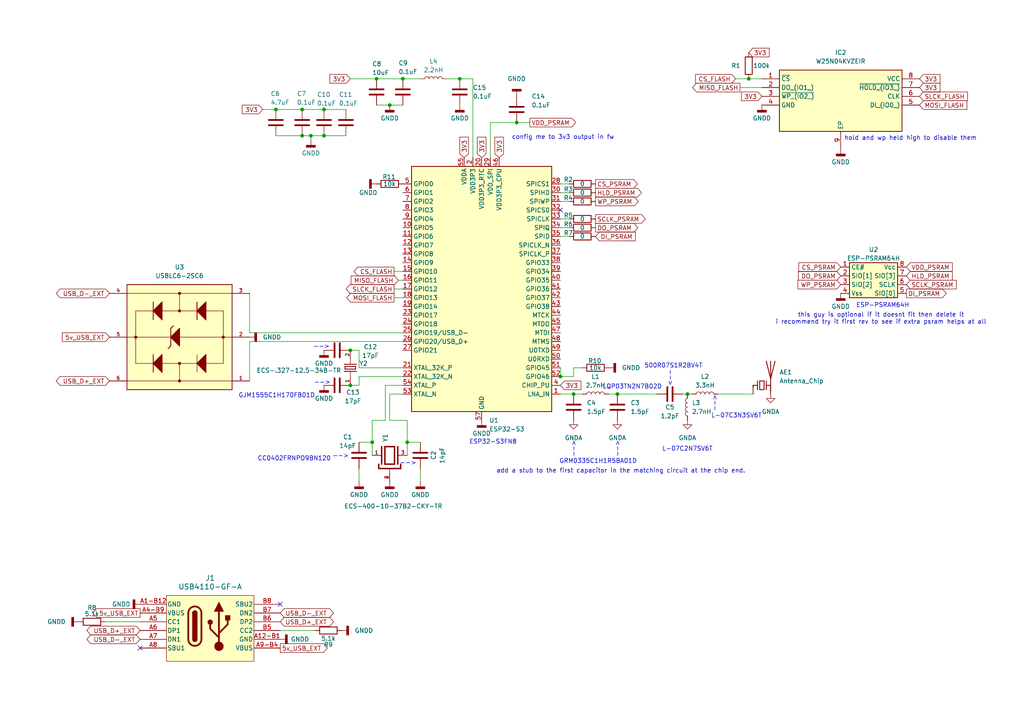
<source format=kicad_sch>
(kicad_sch (version 20250114) (generator "eeschema") (generator_version "9.0")
  (paper "A4")
  (lib_symbols
    (symbol "Device:Antenna_Chip" (pin_numbers (hide yes)) (pin_names (offset 1.016) (hide yes))
      (property "Reference" "AE" (at 0 5.08 0))
      (property "Value" "Antenna_Chip" (at 0 3.175 0))
      (symbol "Antenna_Chip_0_1"
        (polyline (pts (xy -2.54 0) (xy -2.54 -0.635)) (stroke (width 0.254)))
        (polyline (pts (xy -2.54 0) (xy -1.27 0)) (stroke (width 0.254)))
        (polyline (pts (xy -1.27 1.27) (xy -1.27 -1.27) (xy -1.27 0)) (stroke (width 0.254)))
        (polyline (pts (xy -0.635 1.27) (xy 0.635 1.27) (xy 0.635 -1.27) (xy -0.635 -1.27) (xy -0.635 1.27)) (stroke (width 0.254)))
        (polyline (pts (xy 1.27 1.27) (xy 1.27 -1.27)) (stroke (width 0.254)))
        (polyline (pts (xy 1.27 0) (xy 2.54 0)) (stroke (width 0.254)))
        (polyline (pts (xy 2.54 6.985) (xy 2.54 -1.905)) (stroke (width 0.254)))
        (polyline (pts (xy 2.54 -0.635) (xy 2.54 0)))
        (polyline (pts (xy 3.81 6.985) (xy 2.54 1.905) (xy 1.27 6.985)) (stroke (width 0.254)))
      )
      (symbol "Antenna_Chip_1_1"
        (pin input line (at -2.54 -2.54 90) (length 2.54) (name "FEED") (number "1"))
        (pin passive line (at 2.54 -2.54 90) (length 2.54) (name "PCB_Trace") (number "2"))
      )
    )
    (symbol "Device:C" (pin_numbers (hide yes)) (pin_names (offset 0.254))
      (property "Reference" "C" (at 0.635 2.54 0))
      (property "Value" "C" (at 0.635 -2.54 0))
      (symbol "C_0_1"
        (polyline (pts (xy -2.032 0.762) (xy 2.032 0.762)) (stroke (width 0.508)))
        (polyline (pts (xy -2.032 -0.762) (xy 2.032 -0.762)) (stroke (width 0.508)))
      )
      (symbol "C_1_1"
        (pin passive line (at 0 3.81 270) (length 2.794) (name "~") (number "1"))
        (pin passive line (at 0 -3.81 90) (length 2.794) (name "~") (number "2"))
      )
    )
    (symbol "Device:L" (pin_numbers (hide yes)) (pin_names (offset 1.016) (hide yes))
      (property "Reference" "L" (at -1.27 0 90))
      (property "Value" "L" (at 1.905 0 90))
      (symbol "L_0_1"
        (arc (start 0 2.54) (mid 0.6323 1.905) (end 0 1.27))
        (arc (start 0 1.27) (mid 0.6323 0.635) (end 0 0))
        (arc (start 0 0) (mid 0.6323 -0.635) (end 0 -1.27))
        (arc (start 0 -1.27) (mid 0.6323 -1.905) (end 0 -2.54))
      )
      (symbol "L_1_1"
        (pin passive line (at 0 3.81 270) (length 1.27) (name "1") (number "1"))
        (pin passive line (at 0 -3.81 90) (length 1.27) (name "2") (number "2"))
      )
    )
    (symbol "Device:R" (pin_numbers (hide yes)) (pin_names (offset 0))
      (property "Reference" "R" (at 2.032 0 90))
      (property "Value" "R" (at 0 0 90))
      (symbol "R_0_1"
        (rectangle (start -1.016 -2.54) (end 1.016 2.54) (stroke (width 0.254)))
      )
      (symbol "R_1_1"
        (pin passive line (at 0 3.81 270) (length 1.27) (name "~") (number "1"))
        (pin passive line (at 0 -3.81 90) (length 1.27) (name "~") (number "2"))
      )
    )
    (symbol "MCU_Espressif:ESP32-S3"
      (property "Reference" "U" (at 10.16 -38.1 0))
      (property "Value" "ESP32-S3" (at 13.97 -40.64 0))
      (symbol "ESP32-S3_0_1"
        (rectangle (start -20.32 35.56) (end 20.32 -35.56) (stroke (width 0.254)) (fill (type background)))
      )
      (symbol "ESP32-S3_1_0"
        (pin passive line (at -5.08 38.1 270) (length 2.54) (hide yes) (name "VDDA") (number "56"))
        (pin bidirectional line (at 22.86 12.7 180) (length 2.54) (name "SPICLK_N") (number "36"))
        (pin bidirectional line (at 22.86 -10.16 180) (length 2.54) (name "MTDO") (number "45"))
        (pin bidirectional line (at 22.86 -22.86 180) (length 2.54) (name "GPIO45") (number "51"))
      )
      (symbol "ESP32-S3_1_1"
        (pin bidirectional line (at -22.86 30.48 0) (length 2.54) (name "GPIO0") (number "5"))
        (pin bidirectional line (at -22.86 27.94 0) (length 2.54) (name "GPIO1") (number "6"))
        (pin bidirectional line (at -22.86 25.4 0) (length 2.54) (name "GPIO2") (number "7"))
        (pin bidirectional line (at -22.86 22.86 0) (length 2.54) (name "GPIO3") (number "8"))
        (pin bidirectional line (at -22.86 20.32 0) (length 2.54) (name "GPIO4") (number "9"))
        (pin bidirectional line (at -22.86 17.78 0) (length 2.54) (name "GPIO5") (number "10"))
        (pin bidirectional line (at -22.86 15.24 0) (length 2.54) (name "GPIO6") (number "11"))
        (pin bidirectional line (at -22.86 12.7 0) (length 2.54) (name "GPIO7") (number "12"))
        (pin bidirectional line (at -22.86 10.16 0) (length 2.54) (name "GPIO8") (number "13"))
        (pin bidirectional line (at -22.86 7.62 0) (length 2.54) (name "GPIO9") (number "14"))
        (pin bidirectional line (at -22.86 5.08 0) (length 2.54) (name "GPIO10") (number "15"))
        (pin bidirectional line (at -22.86 2.54 0) (length 2.54) (name "GPIO11") (number "16"))
        (pin bidirectional line (at -22.86 0 0) (length 2.54) (name "GPIO12") (number "17"))
        (pin bidirectional line (at -22.86 -2.54 0) (length 2.54) (name "GPIO13") (number "18"))
        (pin bidirectional line (at -22.86 -5.08 0) (length 2.54) (name "GPIO14") (number "19"))
        (pin bidirectional line (at -22.86 -7.62 0) (length 2.54) (name "GPIO17") (number "23"))
        (pin bidirectional line (at -22.86 -10.16 0) (length 2.54) (name "GPIO18") (number "24"))
        (pin bidirectional line (at -22.86 -12.7 0) (length 2.54) (name "GPIO19/USB_D-") (number "25"))
        (pin bidirectional line (at -22.86 -15.24 0) (length 2.54) (name "GPIO20/USB_D+") (number "26"))
        (pin bidirectional line (at -22.86 -17.78 0) (length 2.54) (name "GPIO21") (number "27"))
        (pin passive line (at -22.86 -22.86 0) (length 2.54) (name "XTAL_32K_P") (number "21"))
        (pin passive line (at -22.86 -25.4 0) (length 2.54) (name "XTAL_32K_N") (number "22"))
        (pin input line (at -22.86 -27.94 0) (length 2.54) (name "XTAL_P") (number "54"))
        (pin output line (at -22.86 -30.48 0) (length 2.54) (name "XTAL_N") (number "53"))
        (pin power_in line (at -5.08 38.1 270) (length 2.54) (name "VDDA") (number "55"))
        (pin power_in line (at -2.54 38.1 270) (length 2.54) (name "VDD3P3") (number "2"))
        (pin passive line (at -2.54 38.1 270) (length 2.54) (hide yes) (name "VDD3P3") (number "3"))
        (pin power_in line (at 0 38.1 270) (length 2.54) (name "VDD3P3_RTC") (number "20"))
        (pin power_in line (at 0 -38.1 90) (length 2.54) (name "GND") (number "57"))
        (pin power_in line (at 2.54 38.1 270) (length 2.54) (name "VDD_SPI") (number "29"))
        (pin power_in line (at 5.08 38.1 270) (length 2.54) (name "VDD3P3_CPU") (number "46"))
        (pin bidirectional line (at 22.86 30.48 180) (length 2.54) (name "SPICS1") (number "28"))
        (pin bidirectional line (at 22.86 27.94 180) (length 2.54) (name "SPIHD") (number "30"))
        (pin bidirectional line (at 22.86 25.4 180) (length 2.54) (name "SPIWP") (number "31"))
        (pin bidirectional line (at 22.86 22.86 180) (length 2.54) (name "SPICS0") (number "32"))
        (pin bidirectional line (at 22.86 20.32 180) (length 2.54) (name "SPICLK") (number "33"))
        (pin bidirectional line (at 22.86 17.78 180) (length 2.54) (name "SPIQ") (number "34"))
        (pin bidirectional line (at 22.86 15.24 180) (length 2.54) (name "SPID") (number "35"))
        (pin bidirectional line (at 22.86 10.16 180) (length 2.54) (name "SPICLK_P") (number "37"))
        (pin bidirectional line (at 22.86 7.62 180) (length 2.54) (name "GPIO33") (number "38"))
        (pin bidirectional line (at 22.86 5.08 180) (length 2.54) (name "GPIO34") (number "39"))
        (pin bidirectional line (at 22.86 2.54 180) (length 2.54) (name "GPIO35") (number "40"))
        (pin bidirectional line (at 22.86 0 180) (length 2.54) (name "GPIO36") (number "41"))
        (pin bidirectional line (at 22.86 -2.54 180) (length 2.54) (name "GPIO37") (number "42"))
        (pin bidirectional line (at 22.86 -5.08 180) (length 2.54) (name "GPIO38") (number "43"))
        (pin bidirectional line (at 22.86 -7.62 180) (length 2.54) (name "MTCK") (number "44"))
        (pin bidirectional line (at 22.86 -12.7 180) (length 2.54) (name "MTDI") (number "47"))
        (pin bidirectional line (at 22.86 -15.24 180) (length 2.54) (name "MTMS") (number "48"))
        (pin bidirectional line (at 22.86 -17.78 180) (length 2.54) (name "U0TXD") (number "49"))
        (pin bidirectional line (at 22.86 -20.32 180) (length 2.54) (name "U0RXD") (number "50"))
        (pin bidirectional line (at 22.86 -25.4 180) (length 2.54) (name "GPIO46") (number "52"))
        (pin input line (at 22.86 -27.94 180) (length 2.54) (name "CHIP_PU") (number "4"))
        (pin bidirectional line (at 22.86 -30.48 180) (length 2.54) (name "LNA_IN") (number "1"))
      )
    )
    (symbol "power:GNDA" (power) (pin_numbers (hide yes)) (pin_names (offset 0) (hide yes))
      (property "Value" "GNDA" (at 0 -3.81 0))
      (symbol "GNDA_0_1"
        (polyline (pts (xy 0 0) (xy 0 -1.27) (xy 1.27 -1.27) (xy 0 -2.54) (xy -1.27 -1.27) (xy 0 -1.27)))
      )
      (symbol "GNDA_1_1"
        (pin power_in line (at 0 0 270) (length 0) (name "~") (number "1"))
      )
    )
    (symbol "power:GNDD" (power) (pin_numbers (hide yes)) (pin_names (offset 0) (hide yes))
      (property "Value" "GNDD" (at 0 -3.175 0))
      (symbol "GNDD_0_1"
        (rectangle (start -1.27 -1.524) (end 1.27 -2.032) (stroke (width 0.254)) (fill (type outline)))
        (polyline (pts (xy 0 0) (xy 0 -1.524)))
      )
      (symbol "GNDD_1_1"
        (pin power_in line (at 0 0 270) (length 0) (name "~") (number "1"))
      )
    )
    (symbol "wsg_syms:1528-4677-ND"
      (property "Reference" "U" (at 0 -8.636 0))
      (symbol "1528-4677-ND_1_1"
        (rectangle (start -7.62 8.89) (end 6.35 -1.27) (stroke (width 0.254)) (fill (type background)))
        (pin bidirectional line (at -10.16 7.62 0) (length 2.54) (name "CE#") (number "1"))
        (pin input line (at -10.16 5.08 0) (length 2.54) (name "SIO[1]") (number "2"))
        (pin bidirectional line (at -10.16 2.54 0) (length 2.54) (name "SIO[2]") (number "3"))
        (pin power_in line (at -10.16 0 0) (length 2.54) (name "Vss") (number "4"))
        (pin power_in line (at 8.89 7.62 180) (length 2.54) (name "Vcc") (number "8"))
        (pin bidirectional line (at 8.89 5.08 180) (length 2.54) (name "SIO[3]") (number "7"))
        (pin input line (at 8.89 2.54 180) (length 2.54) (name "SCLK") (number "6"))
        (pin bidirectional line (at 8.89 0 180) (length 2.54) (name "SIO[0]") (number "5"))
      )
    )
    (symbol "wsg_syms:ECS-.327-12.5-34B-TR" (pin_names (offset 1.016))
      (property "Reference" "Y" (at -5.0895 2.5447 0))
      (property "Value" "ECS-.327-12.5-34B-TR" (at -5.0911 -4.582 0))
      (symbol "ECS-.327-12.5-34B-TR_0_0"
        (polyline (pts (xy -2.54 0) (xy -1.016 0)) (stroke (width 0.1524)))
        (polyline (pts (xy -1.016 1.778) (xy -1.016 -1.778)) (stroke (width 0.254)))
        (polyline (pts (xy -0.381 1.524) (xy -0.381 -1.524)) (stroke (width 0.254)))
        (polyline (pts (xy -0.381 -1.524) (xy 0.381 -1.524)) (stroke (width 0.254)))
        (polyline (pts (xy 0.381 1.524) (xy -0.381 1.524)) (stroke (width 0.254)))
        (polyline (pts (xy 0.381 -1.524) (xy 0.381 1.524)) (stroke (width 0.254)))
        (polyline (pts (xy 1.016 1.778) (xy 1.016 -1.778)) (stroke (width 0.254)))
        (polyline (pts (xy 1.016 0) (xy 2.54 0)) (stroke (width 0.1524)))
        (pin passive line (at -5.08 0 0) (length 2.54) (name "~") (number "1"))
        (pin passive line (at 5.08 0 180) (length 2.54) (name "~") (number "2"))
      )
    )
    (symbol "wsg_syms:ECS-400-10-37B2-CKY-TR" (pin_names (offset 1.016))
      (property "Reference" "Y" (at -5.0878 6.3559 0))
      (property "Value" "ECS-400-10-37B2-CKY-TR" (at -5.0944 3.7956 0))
      (symbol "ECS-400-10-37B2-CKY-TR_0_0"
        (polyline (pts (xy -3.175 -2.54) (xy -3.175 -3.81)) (stroke (width 0.4064)))
        (polyline (pts (xy -3.175 -3.81) (xy 3.175 -3.81)) (stroke (width 0.4064)))
        (polyline (pts (xy -2.3368 2.54) (xy -2.3368 -2.54)) (stroke (width 0.4064)))
        (polyline (pts (xy -1.397 2.54) (xy -1.397 -2.54)) (stroke (width 0.4064)))
        (polyline (pts (xy -1.397 2.54) (xy 1.397 2.54)) (stroke (width 0.4064)))
        (polyline (pts (xy 0 -5.08) (xy 0 -3.81)) (stroke (width 0.1524)))
        (polyline (pts (xy 1.397 2.54) (xy 1.397 -2.54)) (stroke (width 0.4064)))
        (polyline (pts (xy 1.397 -2.54) (xy -1.397 -2.54)) (stroke (width 0.4064)))
        (polyline (pts (xy 2.3368 2.54) (xy 2.3368 -2.54)) (stroke (width 0.4064)))
        (polyline (pts (xy 3.175 -3.81) (xy 3.175 -2.54)) (stroke (width 0.4064)))
        (pin passive line (at -5.08 0 0) (length 2.54) (name "~") (number "1"))
        (pin power_in line (at 0 -7.62 90) (length 2.54) (name "~") (number "2"))
        (pin power_in line (at 0 -7.62 90) (length 2.54) (name "~") (number "4"))
        (pin passive line (at 5.08 0 180) (length 2.54) (name "~") (number "3"))
      )
    )
    (symbol "wsg_syms:USB4110-GF-A" (pin_names (offset 0.254))
      (property "Reference" "J" (at 20.32 10.16 0))
      (property "Value" "USB4110-GF-A" (at 20.32 7.62 0))
      (symbol "USB4110-GF-A_0_1"
        (polyline (pts (xy 13.97 -10.16) (xy 13.97 -2.54)) (stroke (width 0.508)))
        (rectangle (start 15.24 -10.16) (end 16.51 -2.54) (stroke (width 0.254)) (fill (type outline)))
        (arc (start 15.24 -2.54) (mid 15.875 -1.9077) (end 16.51 -2.54) (stroke (width 0.254)))
        (arc (start 15.24 -2.54) (mid 15.875 -1.9077) (end 16.51 -2.54) (stroke (width 0.254)) (fill (type outline)))
        (arc (start 13.97 -2.54) (mid 15.875 -0.6433) (end 17.78 -2.54) (stroke (width 0.508)))
        (arc (start 17.78 -10.16) (mid 15.875 -12.0567) (end 13.97 -10.16) (stroke (width 0.508)))
        (arc (start 16.51 -10.16) (mid 15.875 -10.7923) (end 15.24 -10.16) (stroke (width 0.254)))
        (arc (start 16.51 -10.16) (mid 15.875 -10.7923) (end 15.24 -10.16) (stroke (width 0.254)) (fill (type outline)))
        (polyline (pts (xy 17.78 -2.54) (xy 17.78 -10.16)) (stroke (width 0.508)))
        (circle (center 20.32 -5.207) (radius 0.635) (stroke (width 0.254)) (fill (type outline)))
        (polyline (pts (xy 21.59 -2.032) (xy 22.86 0.508) (xy 24.13 -2.032) (xy 21.59 -2.032)) (stroke (width 0.254)) (fill (type outline)))
        (polyline (pts (xy 22.86 -8.382) (xy 25.4 -5.842) (xy 25.4 -4.572)) (stroke (width 0.508)))
        (polyline (pts (xy 22.86 -9.652) (xy 20.32 -7.112) (xy 20.32 -5.842)) (stroke (width 0.508)))
        (polyline (pts (xy 22.86 -12.192) (xy 22.86 -2.032)) (stroke (width 0.508)))
        (circle (center 22.86 -12.192) (radius 1.27) (fill (type outline)))
        (rectangle (start 24.765 -4.572) (end 26.035 -3.302) (stroke (width 0.254)) (fill (type outline)))
        (pin power_out line (at 0 0 0) (length 7.62) (name "GND") (number "A1-B12"))
        (pin power_in line (at 0 -2.54 0) (length 7.62) (name "VBUS") (number "A4-B9"))
        (pin bidirectional line (at 0 -5.08 0) (length 7.62) (name "CC1") (number "A5"))
        (pin bidirectional line (at 0 -7.62 0) (length 7.62) (name "DP1") (number "A6"))
        (pin bidirectional line (at 0 -10.16 0) (length 7.62) (name "DN1") (number "A7"))
        (pin bidirectional line (at 0 -12.7 0) (length 7.62) (name "SBU1") (number "A8"))
        (pin bidirectional line (at 40.64 0 180) (length 7.62) (name "SBU2") (number "B8"))
        (pin bidirectional line (at 40.64 -2.54 180) (length 7.62) (name "DN2") (number "B7"))
        (pin bidirectional line (at 40.64 -5.08 180) (length 7.62) (name "DP2") (number "B6"))
        (pin bidirectional line (at 40.64 -7.62 180) (length 7.62) (name "CC2") (number "B5"))
        (pin power_out line (at 40.64 -10.16 180) (length 7.62) (name "GND") (number "A12-B1"))
        (pin power_in line (at 40.64 -12.7 180) (length 7.62) (name "VBUS") (number "A9-B4"))
      )
      (symbol "USB4110-GF-A_1_1"
        (rectangle (start 7.62 2.54) (end 33.02 -16.51) (fill (type background)))
      )
    )
    (symbol "wsg_syms:USBLC6-2SC6" (pin_names (offset 1.016))
      (property "Reference" "U" (at -15.2693 17.8093 0))
      (property "Value" "USBLC6-2SC6" (at -15.2559 -17.7959 0))
      (symbol "USBLC6-2SC6_0_0"
        (polyline (pts (xy -15.24 12.7) (xy 0 12.7)) (stroke (width 0.1524)))
        (polyline (pts (xy -15.24 -12.7) (xy 0 -12.7)) (stroke (width 0.1524)))
        (rectangle (start -15.24 -15.24) (end 15.24 15.24) (stroke (width 0.254)) (fill (type background)))
        (polyline (pts (xy -12.7 7.62) (xy -12.7 0)) (stroke (width 0.1524)))
        (polyline (pts (xy -12.7 7.62) (xy -7.62 7.62)) (stroke (width 0.1524)))
        (circle (center -12.7 0) (radius 0.254) (stroke (width 0.381)))
        (polyline (pts (xy -12.7 0) (xy -15.24 0)) (stroke (width 0.1524)))
        (polyline (pts (xy -12.7 0) (xy -12.7 -7.62)) (stroke (width 0.1524)))
        (polyline (pts (xy -12.7 0) (xy 0 0)) (stroke (width 0.1524)))
        (polyline (pts (xy -12.7 -7.62) (xy -7.62 -7.62)) (stroke (width 0.1524)))
        (polyline (pts (xy -7.62 10.16) (xy -5.08 7.62)) (stroke (width 0.254)))
        (polyline (pts (xy -7.62 10.16) (xy -7.62 5.08) (xy -5.08 7.62) (xy -7.62 10.16)) (stroke (width 0.254)) (fill (type outline)))
        (polyline (pts (xy -7.62 7.62) (xy -7.62 10.16)) (stroke (width 0.254)))
        (polyline (pts (xy -7.62 5.08) (xy -7.62 7.62)) (stroke (width 0.254)))
        (polyline (pts (xy -7.62 -5.08) (xy -5.08 -7.62)) (stroke (width 0.254)))
        (polyline (pts (xy -7.62 -5.08) (xy -7.62 -10.16) (xy -5.08 -7.62) (xy -7.62 -5.08)) (stroke (width 0.254)) (fill (type outline)))
        (polyline (pts (xy -7.62 -7.62) (xy -7.62 -5.08)) (stroke (width 0.254)))
        (polyline (pts (xy -7.62 -10.16) (xy -7.62 -7.62)) (stroke (width 0.254)))
        (polyline (pts (xy -5.08 10.16) (xy -5.08 7.62)) (stroke (width 0.1524)))
        (polyline (pts (xy -5.08 7.62) (xy -7.62 5.08)) (stroke (width 0.254)))
        (polyline (pts (xy -5.08 7.62) (xy -5.08 5.08)) (stroke (width 0.1524)))
        (polyline (pts (xy -5.08 7.62) (xy 0 7.62)) (stroke (width 0.1524)))
        (polyline (pts (xy -5.08 -5.08) (xy -5.08 -7.62)) (stroke (width 0.254)))
        (polyline (pts (xy -5.08 -7.62) (xy -7.62 -10.16)) (stroke (width 0.254)))
        (polyline (pts (xy -5.08 -7.62) (xy -5.08 -10.16)) (stroke (width 0.254)))
        (polyline (pts (xy -5.08 -7.62) (xy 0 -7.62)) (stroke (width 0.1524)))
        (circle (center 0 12.7) (radius 0.254) (stroke (width 0.381)))
        (polyline (pts (xy 0 12.7) (xy 15.24 12.7)) (stroke (width 0.1524)))
        (circle (center 0 7.62) (radius 0.254) (stroke (width 0.381)))
        (polyline (pts (xy 0 7.62) (xy 0 12.7)) (stroke (width 0.1524)))
        (polyline (pts (xy 0 7.62) (xy 5.08 7.62)) (stroke (width 0.1524)))
        (polyline (pts (xy 0 2.54) (xy 2.54 0)) (stroke (width 0.254)))
        (polyline (pts (xy 0 2.54) (xy 0 -2.54) (xy 2.54 0) (xy 0 2.54)) (stroke (width 0.254)) (fill (type outline)))
        (polyline (pts (xy 0 0) (xy 0 2.54)) (stroke (width 0.254)))
        (polyline (pts (xy 0 -2.54) (xy 0 0)) (stroke (width 0.254)))
        (polyline (pts (xy 0 -7.62) (xy 0 -12.7)) (stroke (width 0.1524)))
        (polyline (pts (xy 0 -7.62) (xy 5.08 -7.62)) (stroke (width 0.1524)))
        (circle (center 0 -7.62) (radius 0.254) (stroke (width 0.381)))
        (circle (center 0 -12.7) (radius 0.254) (stroke (width 0.381)))
        (polyline (pts (xy 2.54 2.54) (xy 2.54 -2.54)) (stroke (width 0.254)))
        (polyline (pts (xy 2.54 2.54) (xy 3.302 3.302)) (stroke (width 0.254)))
        (polyline (pts (xy 2.54 0) (xy 0 -2.54)) (stroke (width 0.254)))
        (polyline (pts (xy 2.54 0) (xy 12.7 0)) (stroke (width 0.1524)))
        (polyline (pts (xy 2.54 -2.54) (xy 1.778 -3.302)) (stroke (width 0.254)))
        (polyline (pts (xy 5.08 10.16) (xy 7.62 7.62)) (stroke (width 0.254)))
        (polyline (pts (xy 5.08 10.16) (xy 5.08 5.08) (xy 7.62 7.62) (xy 5.08 10.16)) (stroke (width 0.254)) (fill (type outline)))
        (polyline (pts (xy 5.08 7.62) (xy 5.08 10.16)) (stroke (width 0.254)))
        (polyline (pts (xy 5.08 5.08) (xy 5.08 7.62)) (stroke (width 0.254)))
        (polyline (pts (xy 5.08 -5.08) (xy 7.62 -7.62)) (stroke (width 0.254)))
        (polyline (pts (xy 5.08 -5.08) (xy 5.08 -10.16) (xy 7.62 -7.62) (xy 5.08 -5.08)) (stroke (width 0.254)) (fill (type outline)))
        (polyline (pts (xy 5.08 -7.62) (xy 5.08 -5.08)) (stroke (width 0.254)))
        (polyline (pts (xy 5.08 -10.16) (xy 5.08 -7.62)) (stroke (width 0.254)))
        (polyline (pts (xy 7.62 10.16) (xy 7.62 7.62)) (stroke (width 0.254)))
        (polyline (pts (xy 7.62 7.62) (xy 5.08 5.08)) (stroke (width 0.254)))
        (polyline (pts (xy 7.62 7.62) (xy 7.62 5.08)) (stroke (width 0.254)))
        (polyline (pts (xy 7.62 7.62) (xy 12.7 7.62)) (stroke (width 0.1524)))
        (polyline (pts (xy 7.62 -5.08) (xy 7.62 -7.62)) (stroke (width 0.254)))
        (polyline (pts (xy 7.62 -7.62) (xy 5.08 -10.16)) (stroke (width 0.254)))
        (polyline (pts (xy 7.62 -7.62) (xy 7.62 -10.16)) (stroke (width 0.254)))
        (polyline (pts (xy 7.62 -7.62) (xy 12.7 -7.62)) (stroke (width 0.1524)))
        (polyline (pts (xy 12.7 7.62) (xy 12.7 0)) (stroke (width 0.1524)))
        (polyline (pts (xy 12.7 0) (xy 12.7 -7.62)) (stroke (width 0.1524)))
        (polyline (pts (xy 12.7 0) (xy 15.24 0)) (stroke (width 0.1524)))
        (circle (center 12.7 0) (radius 0.254) (stroke (width 0.381)))
        (polyline (pts (xy 15.24 -12.7) (xy 0 -12.7)) (stroke (width 0.1524)))
        (pin bidirectional line (at -20.32 12.7 0) (length 5.08) (name "~") (number "1"))
        (pin power_in line (at -20.32 0 0) (length 5.08) (name "~") (number "2"))
        (pin bidirectional line (at -20.32 -12.7 0) (length 5.08) (name "~") (number "3"))
        (pin bidirectional line (at 20.32 12.7 180) (length 5.08) (name "~") (number "6"))
        (pin power_in line (at 20.32 0 180) (length 5.08) (name "~") (number "5"))
        (pin bidirectional line (at 20.32 -12.7 180) (length 5.08) (name "~") (number "4"))
      )
    )
    (symbol "wsg_syms:W25N04KVZEIR"
      (property "Reference" "IC1" (at 22.86 7.62 90))
      (property "Value" "W25N04KVZEIR" (at 22.86 5.08 0))
      (symbol "W25N04KVZEIR_1_1"
        (rectangle (start 5.08 2.54) (end 40.64 -15.24) (stroke (width 0.254)) (fill (type background)))
        (pin passive line (at 0 0 0) (length 5.08) (name "~{CS}") (number "1"))
        (pin passive line (at 0 -2.54 0) (length 5.08) (name "DO_(IO1_)") (number "2"))
        (pin passive line (at 0 -5.08 0) (length 5.08) (name "~{WP_(IO2_)}") (number "3"))
        (pin passive line (at 0 -7.62 0) (length 5.08) (name "GND") (number "4"))
        (pin passive line (at 22.86 -20.32 90) (length 5.08) (name "EP") (number "9"))
        (pin passive line (at 45.72 0 180) (length 5.08) (name "VCC") (number "8"))
        (pin passive line (at 45.72 -2.54 180) (length 5.08) (name "~{HOLD_(IO3_)}") (number "7"))
        (pin passive line (at 45.72 -5.08 180) (length 5.08) (name "CLK") (number "6"))
        (pin passive line (at 45.72 -7.62 180) (length 5.08) (name "DI_(IO0_)") (number "5"))
      )
    )
  )
  (text "Helpful YouTube videos\n- https://www.youtube.com/watch?v=yxU_Kw2de08\n- https://www.youtube.com/watch?v=EdEwRXiQsfc\nRelevant datasheets:\n- https://www.espressif.com/sites/default/files/documentation/esp32-s3_datasheet_en.pdf\n- https://docs.espressif.com/projects/esp-hardware-design-guidelines/en/latest/esp32s3/esp-hardware-design-guidelines-en-master-esp32s3.pdf#page=22&zoom=100,96,580\n- https://files.seeedstudio.com/wiki/SeeedStudio-XIAO-ESP32S3/res/XIAO_ESP32S3_SCH_v1.1.pdf\n- https://www.johansontechnology.com/docs/1187/2450AT18B100_X8XXogU.pdf\n- https://www.digikey.com/en/products/detail/adafruit-industries-llc/4677/13148775" (at 302.768 2.54 0) (effects (font (size 1.27 1.27)) (justify left)))
  (text "this guy is optional if it doesnt fit then delete it\ni recommend try it first rev to see if extra psram helps at all" (at 255.524 92.456 0) (effects (font (size 1.27 1.27))))
  (text "-->" (at 93.472 110.998 0) (effects (font (size 1.27 1.27))))
  (text "hold and wp held high to disable them" (at 244.856 40.894 0) (effects (font (size 1.27 1.27)) (justify left bottom)))
  (text "-->" (at 118.364 134.366 0) (effects (font (size 1.27 1.27))))
  (text "NOTES:\n- SPI3 bus not added yet (can be any four pins)\n- Expecting a 3V3 rail\n- 5v coming in from USB (power mux?)\n- Consider exposing UART* and JTAG pins\n- Consider adding hardware reset (button to pull pin 4 to GND)\n- Consider exposing bootstrap pins (buttons or test pads)\n- Consider adding LEDs (power on+GPIO toggle)\n\n*It is recommended to connect a 499 Ω series resistor to the U0TXD line to suppress harmonics." (at 303.53 34.798 0) (effects (font (size 2.54 2.54)) (justify left)))
  (text "\nL-07C2N7SV6T" (at 199.39 129.286 0) (effects (font (size 1.27 1.27))))
  (text "config me to 3v3 output in fw" (at 163.322 39.878 0) (effects (font (size 1.27 1.27))))
  (text "add a stub to the first capacitor in the matching circuit at the chip end." (at 180.086 136.652 0) (effects (font (size 1.27 1.27))))
  (text "ESP-PSRAM64H" (at 256.032 88.646 0) (effects (font (size 1.27 1.27))))
  (text "The general recommendations for power supply design are:\n• When using a single power supply, the recommended power supply voltage is 3.3 V and the output current is\nno less than 500 mA.\n• It is suggested to add an ESD protection diode and at least 10 μF capacitor at the power entrance.\n" (at 303.53 62.23 0) (effects (font (size 1.778 1.778)) (justify left)))
  (text "500R07S1R2BV4T" (at 195.326 106.172 0) (effects (font (size 1.27 1.27))))
  (text "\nL-07C3N3SV6T" (at 213.614 119.634 0) (effects (font (size 1.27 1.27))))
  (text "External flash memory will live on SPI2\nAll other SPI devices will live on SPI3\n(SPI3 can be chosen to exist on any of the pins via multiplexing)" (at 334.518 93.98 0) (effects (font (size 1.27 1.27))))
  (text "LQP03TN2N7B02D" (at 183.388 112.268 0) (effects (font (size 1.27 1.27))))
  (text "-->" (at 179.07 130.302 90) (effects (font (size 1.27 1.27))))
  (text "GJM1555C1H170FB01D" (at 80.264 114.808 0) (effects (font (size 1.27 1.27))))
  (text "ESP32-S3FN8" (at 143.002 128.27 0) (effects (font (size 1.27 1.27))))
  (text "-->" (at 207.264 117.094 90) (effects (font (size 1.27 1.27))))
  (text "CC0402FRNPO9BN120" (at 85.344 133.096 0) (effects (font (size 1.27 1.27))))
  (text "<--" (at 194.31 109.728 90) (effects (font (size 1.27 1.27))))
  (text "-->" (at 166.37 130.302 90) (effects (font (size 1.27 1.27))))
  (text "Bootstrap pins: \n- GPIO0, GPIO46\n	- Pulled to GND to allow join bootload mode\n- GPIO45\n	- Pulled to GND to make VDD_SPI = 3.3v\n- GPIO3\n	- Ignored" (at 303.784 80.01 0) (effects (font (size 1.27 1.27)) (justify left)))
  (text "-->" (at 98.806 132.334 0) (effects (font (size 1.27 1.27))))
  (text "-->" (at 93.218 100.584 0) (effects (font (size 1.27 1.27))))
  (text "GRM0335C1H1R5BA01D" (at 173.482 133.858 0) (effects (font (size 1.27 1.27))))
  (junction (at 101.6 111.76))
  (junction (at 113.03 30.48))
  (junction (at 162.56 109.22))
  (junction (at 93.98 39.37))
  (junction (at 133.35 22.86))
  (junction (at 93.98 31.75))
  (junction (at 179.07 114.3))
  (junction (at 116.84 22.86))
  (junction (at 87.63 39.37))
  (junction (at 199.39 114.3))
  (junction (at 101.6 101.6))
  (junction (at 107.95 128.27))
  (junction (at 149.86 35.56))
  (junction (at 109.22 22.86))
  (junction (at 87.63 31.75))
  (junction (at 90.17 39.37))
  (junction (at 80.01 31.75))
  (junction (at 166.37 114.3))
  (junction (at 118.11 128.27))
  (junction (at 217.17 22.86))
  (no_connect (at 162.56 60.96))
  (no_connect (at 40.64 187.96))
  (no_connect (at 81.28 175.26))
  (wire (pts (xy 115.57 81.28) (xy 116.84 81.28)))
  (wire (pts (xy 133.35 22.86) (xy 137.16 22.86)))
  (wire (pts (xy 107.95 128.27) (xy 107.95 121.92)))
  (wire (pts (xy 199.39 114.3) (xy 198.12 114.3)))
  (wire (pts (xy 104.14 101.6) (xy 104.14 106.68)))
  (wire (pts (xy 116.84 106.68) (xy 104.14 106.68)))
  (wire (pts (xy 118.11 128.27) (xy 118.11 132.08)))
  (wire (pts (xy 165.1 53.34) (xy 162.56 53.34)))
  (wire (pts (xy 118.11 128.27) (xy 118.11 121.92)))
  (wire (pts (xy 208.28 114.3) (xy 218.44 114.3)))
  (wire (pts (xy 113.03 114.3) (xy 116.84 114.3)))
  (wire (pts (xy 168.91 106.68) (xy 166.37 106.68)))
  (wire (pts (xy 162.56 114.3) (xy 166.37 114.3)))
  (wire (pts (xy 165.1 58.42) (xy 162.56 58.42)))
  (wire (pts (xy 91.44 182.88) (xy 81.28 182.88)))
  (wire (pts (xy 113.03 30.48) (xy 109.22 30.48)))
  (wire (pts (xy 166.37 109.22) (xy 162.56 109.22)))
  (wire (pts (xy 72.39 96.52) (xy 116.84 96.52)))
  (wire (pts (xy 168.91 114.3) (xy 166.37 114.3)))
  (wire (pts (xy 176.53 114.3) (xy 179.07 114.3)))
  (wire (pts (xy 114.3 83.82) (xy 116.84 83.82)))
  (wire (pts (xy 93.98 39.37) (xy 100.33 39.37)))
  (wire (pts (xy 166.37 106.68) (xy 166.37 109.22)))
  (wire (pts (xy 149.86 35.56) (xy 153.67 35.56)))
  (wire (pts (xy 116.84 22.86) (xy 121.92 22.86)))
  (wire (pts (xy 111.76 121.92) (xy 107.95 121.92)))
  (wire (pts (xy 107.95 132.08) (xy 107.95 128.27)))
  (wire (pts (xy 104.14 139.7) (xy 104.14 135.89)))
  (wire (pts (xy 72.39 85.09) (xy 72.39 96.52)))
  (wire (pts (xy 90.17 40.64) (xy 90.17 39.37)))
  (wire (pts (xy 111.76 111.76) (xy 116.84 111.76)))
  (wire (pts (xy 101.6 101.6) (xy 104.14 101.6)))
  (wire (pts (xy 162.56 106.68) (xy 162.56 109.22)))
  (wire (pts (xy 213.36 22.86) (xy 217.17 22.86)))
  (wire (pts (xy 179.07 114.3) (xy 190.5 114.3)))
  (wire (pts (xy 118.11 128.27) (xy 121.92 128.27)))
  (wire (pts (xy 116.84 99.06) (xy 72.39 99.06)))
  (wire (pts (xy 80.01 31.75) (xy 87.63 31.75)))
  (wire (pts (xy 93.98 31.75) (xy 100.33 31.75)))
  (wire (pts (xy 113.03 114.3) (xy 113.03 121.92)))
  (wire (pts (xy 113.03 30.48) (xy 116.84 30.48)))
  (wire (pts (xy 121.92 139.7) (xy 121.92 135.89)))
  (wire (pts (xy 104.14 111.76) (xy 101.6 111.76)))
  (wire (pts (xy 137.16 22.86) (xy 137.16 45.72)))
  (wire (pts (xy 129.54 22.86) (xy 133.35 22.86)))
  (wire (pts (xy 142.24 45.72) (xy 142.24 35.56)))
  (wire (pts (xy 114.3 86.36) (xy 116.84 86.36)))
  (wire (pts (xy 87.63 31.75) (xy 93.98 31.75)))
  (wire (pts (xy 30.48 180.34) (xy 40.64 180.34)))
  (wire (pts (xy 101.6 22.86) (xy 109.22 22.86)))
  (wire (pts (xy 87.63 39.37) (xy 90.17 39.37)))
  (wire (pts (xy 113.03 121.92) (xy 118.11 121.92)))
  (wire (pts (xy 165.1 55.88) (xy 162.56 55.88)))
  (wire (pts (xy 114.3 78.74) (xy 116.84 78.74)))
  (wire (pts (xy 90.17 39.37) (xy 93.98 39.37)))
  (wire (pts (xy 200.66 114.3) (xy 199.39 114.3)))
  (wire (pts (xy 116.84 109.22) (xy 104.14 109.22)))
  (wire (pts (xy 111.76 111.76) (xy 111.76 121.92)))
  (wire (pts (xy 217.17 22.86) (xy 220.98 22.86)))
  (wire (pts (xy 142.24 35.56) (xy 149.86 35.56)))
  (wire (pts (xy 214.63 25.4) (xy 220.98 25.4)))
  (wire (pts (xy 165.1 68.58) (xy 162.56 68.58)))
  (wire (pts (xy 104.14 128.27) (xy 107.95 128.27)))
  (wire (pts (xy 165.1 63.5) (xy 162.56 63.5)))
  (wire (pts (xy 76.2 31.75) (xy 80.01 31.75)))
  (wire (pts (xy 80.01 39.37) (xy 87.63 39.37)))
  (wire (pts (xy 109.22 22.86) (xy 116.84 22.86)))
  (wire (pts (xy 104.14 109.22) (xy 104.14 111.76)))
  (wire (pts (xy 72.39 99.06) (xy 72.39 110.49)))
  (wire (pts (xy 165.1 66.04) (xy 162.56 66.04)))
  (global_label "USB_D-_EXT" (shape bidirectional) (at 81.28 177.8 0) (property "Intersheetrefs" "${INTERSHEET_REFS}" (effects (hide yes))))
  (global_label "MISO_FLASH" (shape input) (at 115.57 81.28 180) (property "Intersheetrefs" "${INTERSHEET_REFS}" (effects (hide yes))))
  (global_label "3V3" (shape input) (at 134.62 45.72 90) (property "Intersheetrefs" "${INTERSHEET_REFS}" (effects (hide yes))))
  (global_label "USB_D+_EXT" (shape bidirectional) (at 81.28 180.34 0) (property "Intersheetrefs" "${INTERSHEET_REFS}" (effects (hide yes))))
  (global_label "CS_PSRAM" (shape output) (at 172.72 53.34 0) (property "Intersheetrefs" "${INTERSHEET_REFS}" (effects (hide yes))))
  (global_label "USB_D-_EXT" (shape bidirectional) (at 31.75 85.09 180) (property "Intersheetrefs" "${INTERSHEET_REFS}" (effects (hide yes))))
  (global_label "SLCK_FLASH" (shape output) (at 114.3 83.82 180) (property "Intersheetrefs" "${INTERSHEET_REFS}" (effects (hide yes))))
  (global_label "3V3" (shape input) (at 217.17 15.24 0) (property "Intersheetrefs" "${INTERSHEET_REFS}" (effects (hide yes))))
  (global_label "SLCK_FLASH" (shape input) (at 266.7 27.94 0) (property "Intersheetrefs" "${INTERSHEET_REFS}" (effects (hide yes))))
  (global_label "3V3" (shape input) (at 162.56 111.76 0) (property "Intersheetrefs" "${INTERSHEET_REFS}" (effects (hide yes))))
  (global_label "WP_PSRAM" (shape output) (at 172.72 58.42 0) (property "Intersheetrefs" "${INTERSHEET_REFS}" (effects (hide yes))))
  (global_label "3V3" (shape input) (at 76.2 31.75 180) (property "Intersheetrefs" "${INTERSHEET_REFS}" (effects (hide yes))))
  (global_label "CS_PSRAM" (shape input) (at 243.84 77.47 180) (property "Intersheetrefs" "${INTERSHEET_REFS}" (effects (hide yes))))
  (global_label "3V3" (shape input) (at 101.6 22.86 180) (property "Intersheetrefs" "${INTERSHEET_REFS}" (effects (hide yes))))
  (global_label "SCLK_PSRAM" (shape input) (at 262.89 82.55 0) (property "Intersheetrefs" "${INTERSHEET_REFS}" (effects (hide yes))))
  (global_label "DI_PSRAM" (shape output) (at 262.89 85.09 0) (property "Intersheetrefs" "${INTERSHEET_REFS}" (effects (hide yes))))
  (global_label "MISO_FLASH" (shape output) (at 214.63 25.4 180) (property "Intersheetrefs" "${INTERSHEET_REFS}" (effects (hide yes))))
  (global_label "USB_D+_EXT" (shape bidirectional) (at 31.75 110.49 180) (property "Intersheetrefs" "${INTERSHEET_REFS}" (effects (hide yes))))
  (global_label "DO_PSRAM" (shape output) (at 172.72 66.04 0) (property "Intersheetrefs" "${INTERSHEET_REFS}" (effects (hide yes))))
  (global_label "USB_D+_EXT" (shape bidirectional) (at 40.64 182.88 180) (property "Intersheetrefs" "${INTERSHEET_REFS}" (effects (hide yes))))
  (global_label "5v_USB_EXT" (shape output) (at 81.28 187.96 0) (property "Intersheetrefs" "${INTERSHEET_REFS}" (effects (hide yes))))
  (global_label "3V3" (shape input) (at 220.98 27.94 180) (property "Intersheetrefs" "${INTERSHEET_REFS}" (effects (hide yes))))
  (global_label "DI_PSRAM" (shape input) (at 172.72 68.58 0) (property "Intersheetrefs" "${INTERSHEET_REFS}" (effects (hide yes))))
  (global_label "5v_USB_EXT" (shape output) (at 40.64 177.8 180) (property "Intersheetrefs" "${INTERSHEET_REFS}" (effects (hide yes))))
  (global_label "MOSI_FLASH" (shape input) (at 266.7 30.48 0) (property "Intersheetrefs" "${INTERSHEET_REFS}" (effects (hide yes))))
  (global_label "3V3" (shape input) (at 266.7 22.86 0) (property "Intersheetrefs" "${INTERSHEET_REFS}" (effects (hide yes))))
  (global_label "5v_USB_EXT" (shape input) (at 31.75 97.79 180) (property "Intersheetrefs" "${INTERSHEET_REFS}" (effects (hide yes))))
  (global_label "3V3" (shape input) (at 139.7 45.72 90) (property "Intersheetrefs" "${INTERSHEET_REFS}" (effects (hide yes))))
  (global_label "HLD_PSRAM" (shape input) (at 262.89 80.01 0) (property "Intersheetrefs" "${INTERSHEET_REFS}" (effects (hide yes))))
  (global_label "VDD_PSRAM" (shape input) (at 262.89 77.47 0) (property "Intersheetrefs" "${INTERSHEET_REFS}" (effects (hide yes))))
  (global_label "SCLK_PSRAM" (shape output) (at 172.72 63.5 0) (property "Intersheetrefs" "${INTERSHEET_REFS}" (effects (hide yes))))
  (global_label "MOSI_FLASH" (shape output) (at 114.3 86.36 180) (property "Intersheetrefs" "${INTERSHEET_REFS}" (effects (hide yes))))
  (global_label "3V3" (shape input) (at 144.78 45.72 90) (property "Intersheetrefs" "${INTERSHEET_REFS}" (effects (hide yes))))
  (global_label "USB_D-_EXT" (shape bidirectional) (at 40.64 185.42 180) (property "Intersheetrefs" "${INTERSHEET_REFS}" (effects (hide yes))))
  (global_label "VDD_PSRAM" (shape output) (at 153.67 35.56 0) (property "Intersheetrefs" "${INTERSHEET_REFS}" (effects (hide yes))))
  (global_label "HLD_PSRAM" (shape output) (at 172.72 55.88 0) (property "Intersheetrefs" "${INTERSHEET_REFS}" (effects (hide yes))))
  (global_label "DO_PSRAM" (shape input) (at 243.84 80.01 180) (property "Intersheetrefs" "${INTERSHEET_REFS}" (effects (hide yes))))
  (global_label "WP_PSRAM" (shape input) (at 243.84 82.55 180) (property "Intersheetrefs" "${INTERSHEET_REFS}" (effects (hide yes))))
  (global_label "CS_FLASH" (shape input) (at 213.36 22.86 180) (property "Intersheetrefs" "${INTERSHEET_REFS}" (effects (hide yes))))
  (global_label "3V3" (shape input) (at 266.7 25.4 0) (property "Intersheetrefs" "${INTERSHEET_REFS}" (effects (hide yes))))
  (global_label "CS_FLASH" (shape output) (at 114.3 78.74 180) (property "Intersheetrefs" "${INTERSHEET_REFS}" (effects (hide yes))))
  (symbol (lib_id "Device:C") (at 80.01 35.56 180) (unit 1)
    (property "Reference" "C6" (at 78.486 27.178 0) (effects (justify right)))
    (property "Value" "4.7uF" (at 78.486 29.718 0) (effects (justify right)))
    (property "Footprint" "Capacitor_SMD:C_0402_1005Metric" (effects (hide yes)))
    (property "Description" "Unpolarized capacitor" (effects (hide yes)))
  )
  (symbol (lib_id "power:GNDD") (at 139.7 121.92 0) (unit 1)
    (property "Reference" "#PWR019" (effects (hide yes)))
    (property "Value" "GNDD" (at 139.7 125.73 0))
    (property "Description" "Power symbol creates a global label with name \"GNDD\" , digital ground" (effects (hide yes)))
  )
  (symbol (lib_id "Device:R") (at 168.91 58.42 90) (unit 1)
    (property "Reference" "R4" (at 164.846 57.404 90))
    (property "Value" "0" (at 168.91 58.42 90))
    (property "Footprint" "Resistor_SMD:R_0402_1005Metric" (effects (hide yes)))
    (property "Description" "Resistor" (effects (hide yes)))
  )
  (symbol (lib_id "power:GNDD") (at 93.98 111.76 0) (unit 1)
    (property "Reference" "#PWR017" (effects (hide yes)))
    (property "Value" "GNDD" (at 93.98 115.57 0))
    (property "Description" "Power symbol creates a global label with name \"GNDD\" , digital ground" (effects (hide yes)))
  )
  (symbol (lib_id "power:GNDA") (at 166.37 121.92 0) (unit 1)
    (property "Reference" "#PWR03" (effects (hide yes)))
    (property "Value" "GNDA" (at 166.37 127 0))
    (property "Description" "Power symbol creates a global label with name \"GNDA\" , analog ground" (effects (hide yes)))
  )
  (symbol (lib_id "Device:R") (at 168.91 68.58 90) (unit 1)
    (property "Reference" "R7" (at 164.846 67.564 90))
    (property "Value" "0" (at 168.91 68.58 90))
    (property "Footprint" "Resistor_SMD:R_0402_1005Metric" (effects (hide yes)))
    (property "Description" "Resistor" (effects (hide yes)))
  )
  (symbol (lib_id "Device:R") (at 26.67 180.34 270) (unit 1)
    (property "Reference" "R8" (at 26.67 176.276 90))
    (property "Value" "5.1k" (at 26.67 178.054 90))
    (property "Footprint" "Resistor_SMD:R_0402_1005Metric" (effects (hide yes)))
    (property "Description" "Resistor" (effects (hide yes)))
  )
  (symbol (lib_id "Device:C") (at 149.86 31.75 180) (unit 1)
    (property "Reference" "C14" (at 154.178 27.94 0) (effects (justify right)))
    (property "Value" "0.1uF" (at 154.178 30.48 0) (effects (justify right)))
    (property "Footprint" "Capacitor_SMD:C_0402_1005Metric" (effects (hide yes)))
    (property "Description" "Unpolarized capacitor" (effects (hide yes)))
  )
  (symbol (lib_id "wsg_syms:USBLC6-2SC6") (at 52.07 97.79 180) (unit 1)
    (property "Reference" "U3" (at 52.07 77.47 0))
    (property "Value" "USBLC6-2SC6" (at 52.07 80.01 0))
    (property "Footprint" "wsg_fp:SOT95P280X145-6N" (effects (hide yes)))
    (property "Description" "17V Clamp 5A (8/20µs) Ipp Tvs Diode Surface Mount SOT-23-6" (effects (hide yes)))
    (property "MF" "STMicroelectronics" (effects (hide yes)))
    (property "PURCHASE-URL" "https://pricing.snapeda.com/search/part/USBLC6-2SC6/?ref=eda" (effects (hide yes)))
    (property "PACKAGE" "SOT-23-6 STMicroelectronics" (effects (hide yes)))
    (property "PRICE" "None" (effects (hide yes)))
    (property "Package" "SOT-23-6 STMicroelectronics" (effects (hide yes)))
    (property "Check_prices" "https://www.snapeda.com/parts/USBLC6-2SC6/STMicroelectronics/view-part/?ref=eda" (effects (hide yes)))
    (property "Price" "None" (effects (hide yes)))
    (property "SnapEDA_Link" "https://www.snapeda.com/parts/USBLC6-2SC6/STMicroelectronics/view-part/?ref=snap" (effects (hide yes)))
    (property "MP" "USBLC6-2SC6" (effects (hide yes)))
    (property "Description_1" "\n                        \n                            17V Clamp 5A (8/20µs) Ipp Tvs Diode Surface Mount SOT-23-6\n                        \n" (effects (hide yes)))
    (property "Availability" "In Stock" (effects (hide yes)))
    (property "AVAILABILITY" "In Stock" (effects (hide yes)))
  )
  (symbol (lib_id "wsg_syms:ECS-400-10-37B2-CKY-TR") (at 113.03 132.08 0) (unit 1)
    (property "Reference" "Y1" (at 111.7599 128.27 90) (effects (justify left)))
    (property "Value" "ECS-400-10-37B2-CKY-TR" (at 99.822 146.812 0) (effects (justify left)))
    (property "Footprint" "wsg_fp:XTAL_ECS-400-10-37B2-CKY-TR" (effects (hide yes)))
    (property "PARTREV" "2021" (effects (hide yes)))
    (property "STANDARD" "Manufacturer Recommendations" (effects (hide yes)))
    (property "SNAPEDA_PACKAGE_ID" "68288" (effects (hide yes)))
    (property "MAXIMUM_PACKAGE_HEIGHT" "0.5mm" (effects (hide yes)))
    (property "MANUFACTURER" "ECS Inc." (effects (hide yes)))
  )
  (symbol (lib_id "Device:C") (at 133.35 26.67 180) (unit 1)
    (property "Reference" "C15" (at 137.16 25.3999 0) (effects (justify right)))
    (property "Value" "0.1uF" (at 137.16 27.9399 0) (effects (justify right)))
    (property "Footprint" "Capacitor_SMD:C_0402_1005Metric" (effects (hide yes)))
    (property "Description" "Unpolarized capacitor" (effects (hide yes)))
  )
  (symbol (lib_id "Device:L") (at 199.39 118.11 180) (unit 1)
    (property "Reference" "L3" (at 200.66 116.8399 0) (effects (justify right)))
    (property "Value" "2.7nH" (at 200.66 119.3799 0) (effects (justify right)))
    (property "Footprint" "Inductor_SMD:L_0402_1005Metric" (effects (hide yes)))
    (property "Description" "Inductor" (effects (hide yes)))
  )
  (symbol (lib_id "Device:C") (at 104.14 132.08 180) (unit 1)
    (property "Reference" "C1" (at 100.838 126.746 0))
    (property "Value" "14pF" (at 100.838 129.286 0))
    (property "Footprint" "Capacitor_SMD:C_0402_1005Metric" (effects (hide yes)))
    (property "Description" "Unpolarized capacitor" (effects (hide yes)))
  )
  (symbol (lib_id "Device:R") (at 168.91 53.34 90) (unit 1)
    (property "Reference" "R2" (at 164.846 52.07 90))
    (property "Value" "0" (at 168.91 53.34 90))
    (property "Footprint" "Resistor_SMD:R_0402_1005Metric" (effects (hide yes)))
    (property "Description" "Resistor" (effects (hide yes)))
  )
  (symbol (lib_id "power:GNDA") (at 223.52 114.3 0) (unit 1)
    (property "Reference" "#PWR06" (effects (hide yes)))
    (property "Value" "GNDA" (at 223.52 119.38 0))
    (property "Description" "Power symbol creates a global label with name \"GNDA\" , analog ground" (effects (hide yes)))
  )
  (symbol (lib_id "power:GNDD") (at 113.03 139.7 0) (unit 1)
    (property "Reference" "#PWR02" (effects (hide yes)))
    (property "Value" "GNDD" (at 113.03 143.51 0))
    (property "Description" "Power symbol creates a global label with name \"GNDD\" , digital ground" (effects (hide yes)))
  )
  (symbol (lib_id "Device:R") (at 172.72 106.68 90) (unit 1)
    (property "Reference" "R10" (at 174.498 104.648 90) (effects (justify left)))
    (property "Value" "10k" (at 174.498 106.68 90) (effects (justify left)))
    (property "Footprint" "Resistor_SMD:R_0402_1005Metric" (effects (hide yes)))
    (property "Description" "Resistor" (effects (hide yes)))
  )
  (symbol (lib_id "Device:L") (at 204.47 114.3 90) (unit 1)
    (property "Reference" "L2" (at 204.47 109.22 90))
    (property "Value" "3.3nH" (at 204.47 111.76 90))
    (property "Footprint" "Inductor_SMD:L_0402_1005Metric" (effects (hide yes)))
    (property "Description" "Inductor" (effects (hide yes)))
  )
  (symbol (lib_id "wsg_syms:W25N04KVZEIR") (at 220.98 22.86 0) (unit 1)
    (property "Reference" "IC2" (at 243.84 15.24 0))
    (property "Value" "W25N04KVZEIR" (at 243.84 17.78 0))
    (property "Footprint" "wsg_fp:SON127P800X600X80-9N-D" (effects (hide yes)))
    (property "Datasheet" "https://www.winbond.com/hq/search-resource-file.jsp?partNo=W25N04KVZEIR&type=datasheet" (effects (hide yes)))
    (property "Description" "FLASH - NAND Memory IC 4Gbit SPI - Quad I/O 104 MHz 8-WSON (8x6)" (effects (hide yes)))
    (property "Height" "0.8" (effects (hide yes)))
    (property "Mouser Part Number" "454-W25N04KVZEIR" (effects (hide yes)))
    (property "Mouser Price/Stock" "https://www.mouser.co.uk/ProductDetail/Winbond/W25N04KVZEIR?qs=YwPsRIUVAOdveyibmg1m8Q%3D%3D" (effects (hide yes)))
    (property "Manufacturer_Name" "Winbond" (effects (hide yes)))
    (property "Manufacturer_Part_Number" "W25N04KVZEIR" (effects (hide yes)))
  )
  (symbol (lib_id "power:GNDD") (at 40.64 175.26 270) (unit 1)
    (property "Reference" "#PWR013" (effects (hide yes)))
    (property "Value" "GNDD" (at 37.846 175.26 90) (effects (justify right)))
    (property "Description" "Power symbol creates a global label with name \"GNDD\" , digital ground" (effects (hide yes)))
  )
  (symbol (lib_id "power:GNDD") (at 93.98 101.6 0) (unit 1)
    (property "Reference" "#PWR016" (effects (hide yes)))
    (property "Value" "GNDD" (at 93.98 105.41 0))
    (property "Description" "Power symbol creates a global label with name \"GNDD\" , digital ground" (effects (hide yes)))
  )
  (symbol (lib_id "power:GNDA") (at 199.39 121.92 0) (unit 1)
    (property "Reference" "#PWR05" (effects (hide yes)))
    (property "Value" "GNDA" (at 199.39 127 0))
    (property "Description" "Power symbol creates a global label with name \"GNDA\" , analog ground" (effects (hide yes)))
  )
  (symbol (lib_id "Device:C") (at 116.84 26.67 180) (unit 1)
    (property "Reference" "C9" (at 115.57 18.288 0) (effects (justify right)))
    (property "Value" "0.1uF" (at 115.57 20.828 0) (effects (justify right)))
    (property "Footprint" "Capacitor_SMD:C_0402_1005Metric" (effects (hide yes)))
    (property "Description" "Unpolarized capacitor" (effects (hide yes)))
  )
  (symbol (lib_id "Device:C") (at 179.07 118.11 180) (unit 1)
    (property "Reference" "C3" (at 182.88 116.8399 0) (effects (justify right)))
    (property "Value" "1.5pF" (at 182.88 119.3799 0) (effects (justify right)))
    (property "Footprint" "Capacitor_SMD:C_0201_0603Metric" (effects (hide yes)))
    (property "Description" "Unpolarized capacitor" (effects (hide yes)))
  )
  (symbol (lib_id "Device:C") (at 100.33 35.56 180) (unit 1)
    (property "Reference" "C11" (at 98.298 27.432 0) (effects (justify right)))
    (property "Value" "0.1uF" (at 98.298 29.972 0) (effects (justify right)))
    (property "Footprint" "Capacitor_SMD:C_0402_1005Metric" (effects (hide yes)))
    (property "Description" "Unpolarized capacitor" (effects (hide yes)))
  )
  (symbol (lib_id "power:GNDD") (at 243.84 43.18 0) (unit 1)
    (property "Reference" "#PWR09" (effects (hide yes)))
    (property "Value" "GNDD" (at 243.84 46.99 0))
    (property "Description" "Power symbol creates a global label with name \"GNDD\" , digital ground" (effects (hide yes)))
  )
  (symbol (lib_id "power:GNDD") (at 220.98 30.48 0) (unit 1)
    (property "Reference" "#PWR08" (effects (hide yes)))
    (property "Value" "GNDD" (at 220.98 34.29 0))
    (property "Description" "Power symbol creates a global label with name \"GNDD\" , digital ground" (effects (hide yes)))
  )
  (symbol (lib_id "Device:R") (at 168.91 66.04 90) (unit 1)
    (property "Reference" "R6" (at 164.846 65.024 90))
    (property "Value" "0" (at 168.91 66.04 90))
    (property "Footprint" "Resistor_SMD:R_0402_1005Metric" (effects (hide yes)))
    (property "Description" "Resistor" (effects (hide yes)))
  )
  (symbol (lib_id "power:GNDD") (at 243.84 85.09 0) (unit 1)
    (property "Reference" "#PWR018" (effects (hide yes)))
    (property "Value" "GNDD" (at 243.84 88.9 0))
    (property "Description" "Power symbol creates a global label with name \"GNDD\" , digital ground" (effects (hide yes)))
  )
  (symbol (lib_id "wsg_syms:1528-4677-ND") (at 254 85.09 0) (unit 1)
    (property "Reference" "U2" (at 253.365 72.39 0))
    (property "Value" "ESP-PSRAM64H" (at 253.365 74.93 0))
    (property "Footprint" "Package_SO:SOIC-8_3.9x4.9mm_P1.27mm" (effects (hide yes)))
  )
  (symbol (lib_id "Device:L") (at 172.72 114.3 90) (unit 1)
    (property "Reference" "L1" (at 172.72 109.22 90))
    (property "Value" "2.7nH" (at 172.72 111.76 90))
    (property "Footprint" "Inductor_SMD:L_0201_0603Metric" (effects (hide yes)))
    (property "Description" "Inductor" (effects (hide yes)))
  )
  (symbol (lib_id "power:GNDD") (at 133.35 30.48 0) (unit 1)
    (property "Reference" "#PWR021" (effects (hide yes)))
    (property "Value" "GNDD" (at 133.35 34.29 0))
    (property "Description" "Power symbol creates a global label with name \"GNDD\" , digital ground" (effects (hide yes)))
  )
  (symbol (lib_id "Device:Antenna_Chip") (at 220.98 111.76 0) (unit 1)
    (property "Reference" "AE1" (at 226.06 107.9499 0) (effects (justify left)))
    (property "Value" "Antenna_Chip" (at 226.06 110.4899 0) (effects (justify left)))
    (property "Footprint" "wsg_fp:XDCR_2450AT18B100E" (effects (hide yes)))
    (property "Description" "Ceramic chip antenna with pin for PCB trace" (effects (hide yes)))
  )
  (symbol (lib_id "wsg_syms:ECS-.327-12.5-34B-TR") (at 101.6 106.68 90) (unit 1)
    (property "Reference" "Y2" (at 104.14 105.4099 90) (effects (justify right)))
    (property "Value" "ECS-.327-12.5-34B-TR" (at 74.422 107.442 90) (effects (justify right)))
    (property "Footprint" "wsg_fp:XTAL_ECS-.327-12.5-34B-TR" (effects (hide yes)))
    (property "MANUFACTURER" "ECS Inc." (effects (hide yes)))
    (property "STANDARD" "Manufacturer recommendations" (effects (hide yes)))
  )
  (symbol (lib_id "power:GNDD") (at 22.86 180.34 270) (unit 1)
    (property "Reference" "#PWR010" (effects (hide yes)))
    (property "Value" "GNDD" (at 19.05 180.3399 90) (effects (justify right)))
    (property "Description" "Power symbol creates a global label with name \"GNDD\" , digital ground" (effects (hide yes)))
  )
  (symbol (lib_id "power:GNDD") (at 109.22 53.34 270) (unit 1)
    (property "Reference" "#PWR024" (effects (hide yes)))
    (property "Value" "GNDD" (at 109.474 55.88 90) (effects (justify right)))
    (property "Description" "Power symbol creates a global label with name \"GNDD\" , digital ground" (effects (hide yes)))
  )
  (symbol (lib_id "Device:R") (at 113.03 53.34 90) (unit 1)
    (property "Reference" "R11" (at 114.808 51.308 90) (effects (justify left)))
    (property "Value" "10k" (at 114.808 53.34 90) (effects (justify left)))
    (property "Footprint" "Resistor_SMD:R_0402_1005Metric" (effects (hide yes)))
    (property "Description" "Resistor" (effects (hide yes)))
  )
  (symbol (lib_id "power:GNDD") (at 99.06 182.88 90) (unit 1)
    (property "Reference" "#PWR011" (effects (hide yes)))
    (property "Value" "GNDD" (at 102.87 182.8801 90) (effects (justify right)))
    (property "Description" "Power symbol creates a global label with name \"GNDD\" , digital ground" (effects (hide yes)))
  )
  (symbol (lib_id "Device:C") (at 121.92 132.08 0) (unit 1)
    (property "Reference" "C2" (at 125.73 132.08 90))
    (property "Value" "14pF" (at 128.27 132.08 90))
    (property "Footprint" "Capacitor_SMD:C_0402_1005Metric" (effects (hide yes)))
    (property "Description" "Unpolarized capacitor" (effects (hide yes)))
  )
  (symbol (lib_id "Device:C") (at 166.37 118.11 180) (unit 1)
    (property "Reference" "C4" (at 170.18 116.8399 0) (effects (justify right)))
    (property "Value" "1.5pF" (at 170.18 119.3799 0) (effects (justify right)))
    (property "Footprint" "Capacitor_SMD:C_0201_0603Metric" (effects (hide yes)))
    (property "Description" "Unpolarized capacitor" (effects (hide yes)))
  )
  (symbol (lib_id "power:GNDA") (at 179.07 121.92 0) (unit 1)
    (property "Reference" "#PWR07" (effects (hide yes)))
    (property "Value" "GNDA" (at 179.07 127 0))
    (property "Description" "Power symbol creates a global label with name \"GNDA\" , analog ground" (effects (hide yes)))
  )
  (symbol (lib_id "Device:C") (at 194.31 114.3 270) (unit 1)
    (property "Reference" "C5" (at 194.31 118.11 90))
    (property "Value" "1.2pF" (at 194.31 120.65 90))
    (property "Footprint" "Capacitor_SMD:C_0201_0603Metric" (effects (hide yes)))
    (property "Description" "Unpolarized capacitor" (effects (hide yes)))
  )
  (symbol (lib_id "Device:R") (at 217.17 19.05 0) (unit 1)
    (property "Reference" "R1" (at 212.09 19.05 0) (effects (justify left)))
    (property "Value" "100k" (at 218.44 19.05 0) (effects (justify left)))
    (property "Footprint" "Resistor_SMD:R_0402_1005Metric" (effects (hide yes)))
    (property "Description" "Resistor" (effects (hide yes)))
  )
  (symbol (lib_id "MCU_Espressif:ESP32-S3") (at 139.7 83.82 0) (unit 1)
    (property "Reference" "U1" (at 141.8941 121.92 0) (effects (justify left)))
    (property "Value" "ESP32-S3" (at 141.8941 124.46 0) (effects (justify left)))
    (property "Footprint" "Package_DFN_QFN:QFN-56-1EP_7x7mm_P0.4mm_EP4x4mm" (effects (hide yes)))
    (property "Datasheet" "https://www.espressif.com/sites/default/files/documentation/esp32-s3_datasheet_en.pdf" (effects (hide yes)))
    (property "Description" "Microcontroller, Wi-Fi 802.11b/g/n, Bluetooth, 32bit" (effects (hide yes)))
  )
  (symbol (lib_id "Device:C") (at 97.79 111.76 270) (unit 1)
    (property "Reference" "C13" (at 102.362 113.792 90))
    (property "Value" "17pF" (at 102.362 116.332 90))
    (property "Footprint" "Capacitor_SMD:C_0402_1005Metric" (effects (hide yes)))
    (property "Description" "Unpolarized capacitor" (effects (hide yes)))
  )
  (symbol (lib_id "Device:C") (at 87.63 35.56 180) (unit 1)
    (property "Reference" "C7" (at 86.106 27.178 0) (effects (justify right)))
    (property "Value" "0.1uF" (at 86.106 29.718 0) (effects (justify right)))
    (property "Footprint" "Capacitor_SMD:C_0402_1005Metric" (effects (hide yes)))
    (property "Description" "Unpolarized capacitor" (effects (hide yes)))
  )
  (symbol (lib_id "power:GNDD") (at 104.14 139.7 0) (unit 1)
    (property "Reference" "#PWR01" (effects (hide yes)))
    (property "Value" "GNDD" (at 104.14 143.51 0))
    (property "Description" "Power symbol creates a global label with name \"GNDD\" , digital ground" (effects (hide yes)))
  )
  (symbol (lib_id "Device:C") (at 93.98 35.56 180) (unit 1)
    (property "Reference" "C10" (at 91.948 27.432 0) (effects (justify right)))
    (property "Value" "0.1uF" (at 91.948 29.972 0) (effects (justify right)))
    (property "Footprint" "Capacitor_SMD:C_0402_1005Metric" (effects (hide yes)))
    (property "Description" "Unpolarized capacitor" (effects (hide yes)))
  )
  (symbol (lib_id "power:GNDD") (at 72.39 97.79 90) (unit 1)
    (property "Reference" "#PWR022" (effects (hide yes)))
    (property "Value" "GNDD" (at 76.2 97.7901 90) (effects (justify right)))
    (property "Description" "Power symbol creates a global label with name \"GNDD\" , digital ground" (effects (hide yes)))
  )
  (symbol (lib_id "power:GNDD") (at 81.28 185.42 90) (unit 1)
    (property "Reference" "#PWR015" (effects (hide yes)))
    (property "Value" "GNDD" (at 84.328 185.42 90) (effects (justify right)))
    (property "Description" "Power symbol creates a global label with name \"GNDD\" , digital ground" (effects (hide yes)))
  )
  (symbol (lib_id "power:GNDD") (at 121.92 139.7 0) (unit 1)
    (property "Reference" "#PWR04" (effects (hide yes)))
    (property "Value" "GNDD" (at 121.92 143.51 0))
    (property "Description" "Power symbol creates a global label with name \"GNDD\" , digital ground" (effects (hide yes)))
  )
  (symbol (lib_id "power:GNDD") (at 176.53 106.68 90) (unit 1)
    (property "Reference" "#PWR023" (effects (hide yes)))
    (property "Value" "GNDD" (at 180.34 106.6799 90) (effects (justify right)))
    (property "Description" "Power symbol creates a global label with name \"GNDD\" , digital ground" (effects (hide yes)))
  )
  (symbol (lib_id "power:GNDD") (at 149.86 27.94 180) (unit 1)
    (property "Reference" "#PWR020" (effects (hide yes)))
    (property "Value" "GNDD" (at 149.86 22.86 0))
    (property "Description" "Power symbol creates a global label with name \"GNDD\" , digital ground" (effects (hide yes)))
  )
  (symbol (lib_id "wsg_syms:USB4110-GF-A") (at 40.64 175.26 0) (unit 1)
    (property "Reference" "J1" (at 60.96 167.64 0) (effects (font (size 1.524 1.524))))
    (property "Value" "USB4110-GF-A" (at 60.96 170.18 0) (effects (font (size 1.524 1.524))))
    (property "Footprint" "wsg_fp:USB4110-GF-A_GCT" (effects (hide yes)))
    (property "Datasheet" "USB4110-GF-A" (effects (hide yes)))
  )
  (symbol (lib_id "Device:R") (at 168.91 55.88 90) (unit 1)
    (property "Reference" "R3" (at 164.846 54.864 90))
    (property "Value" "0" (at 168.91 55.88 90))
    (property "Footprint" "Resistor_SMD:R_0402_1005Metric" (effects (hide yes)))
    (property "Description" "Resistor" (effects (hide yes)))
  )
  (symbol (lib_id "Device:R") (at 95.25 182.88 90) (unit 1)
    (property "Reference" "R9" (at 95.25 186.944 90))
    (property "Value" "5.1k" (at 95.25 185.166 90))
    (property "Footprint" "Resistor_SMD:R_0402_1005Metric" (effects (hide yes)))
    (property "Description" "Resistor" (effects (hide yes)))
  )
  (symbol (lib_id "Device:C") (at 97.79 101.6 90) (unit 1)
    (property "Reference" "C12" (at 107.442 100.584 90))
    (property "Value" "17pF" (at 107.442 103.124 90))
    (property "Footprint" "Capacitor_SMD:C_0402_1005Metric" (effects (hide yes)))
    (property "Description" "Unpolarized capacitor" (effects (hide yes)))
  )
  (symbol (lib_id "Device:C") (at 109.22 26.67 180) (unit 1)
    (property "Reference" "C8" (at 107.95 18.542 0) (effects (justify right)))
    (property "Value" "10uF" (at 107.95 21.082 0) (effects (justify right)))
    (property "Footprint" "Capacitor_SMD:C_0402_1005Metric" (effects (hide yes)))
    (property "Description" "Unpolarized capacitor" (effects (hide yes)))
  )
  (symbol (lib_id "Device:R") (at 168.91 63.5 90) (unit 1)
    (property "Reference" "R5" (at 164.846 62.484 90))
    (property "Value" "0" (at 168.91 63.5 90))
    (property "Footprint" "Resistor_SMD:R_0402_1005Metric" (effects (hide yes)))
    (property "Description" "Resistor" (effects (hide yes)))
  )
  (symbol (lib_id "power:GNDD") (at 90.17 40.64 0) (unit 1)
    (property "Reference" "#PWR014" (effects (hide yes)))
    (property "Value" "GNDD" (at 90.17 44.45 0))
    (property "Description" "Power symbol creates a global label with name \"GNDD\" , digital ground" (effects (hide yes)))
  )
  (symbol (lib_id "Device:L") (at 125.73 22.86 90) (unit 1)
    (property "Reference" "L4" (at 125.73 17.78 90))
    (property "Value" "2.2nH" (at 125.73 20.32 90))
    (property "Footprint" "Inductor_SMD:L_0402_1005Metric" (effects (hide yes)))
    (property "Description" "Inductor" (effects (hide yes)))
  )
  (symbol (lib_id "power:GNDD") (at 113.03 30.48 0) (unit 1)
    (property "Reference" "#PWR012" (effects (hide yes)))
    (property "Value" "GNDD" (at 113.03 34.29 0))
    (property "Description" "Power symbol creates a global label with name \"GNDD\" , digital ground" (effects (hide yes)))
  )
)
</source>
